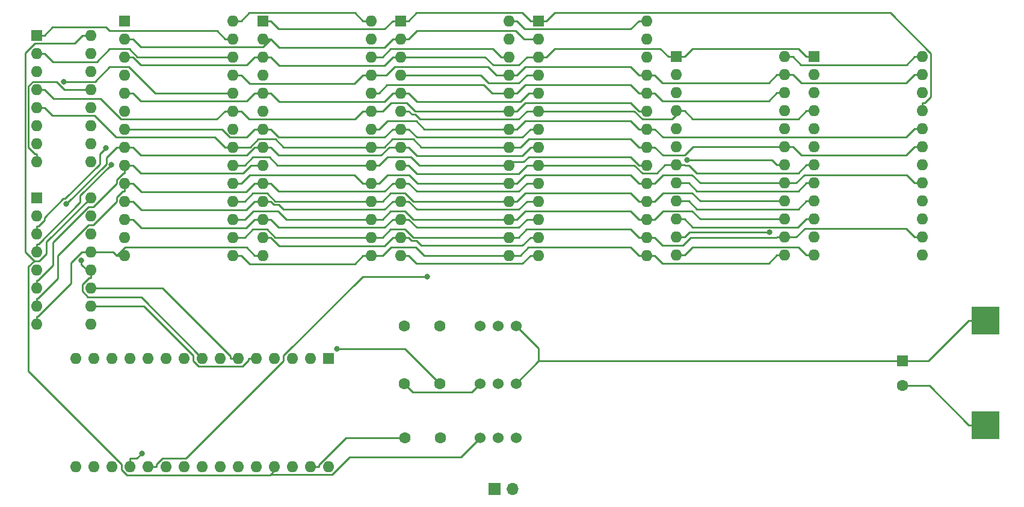
<source format=gtl>
%TF.GenerationSoftware,KiCad,Pcbnew,(6.0.10-0)*%
%TF.CreationDate,2023-09-02T13:11:49+02:00*%
%TF.ProjectId,EPROM_FLASHER,4550524f-4d5f-4464-9c41-534845522e6b,rev?*%
%TF.SameCoordinates,Original*%
%TF.FileFunction,Copper,L1,Top*%
%TF.FilePolarity,Positive*%
%FSLAX46Y46*%
G04 Gerber Fmt 4.6, Leading zero omitted, Abs format (unit mm)*
G04 Created by KiCad (PCBNEW (6.0.10-0)) date 2023-09-02 13:11:49*
%MOMM*%
%LPD*%
G01*
G04 APERTURE LIST*
%TA.AperFunction,ComponentPad*%
%ADD10R,1.600000X1.600000*%
%TD*%
%TA.AperFunction,ComponentPad*%
%ADD11O,1.600000X1.600000*%
%TD*%
%TA.AperFunction,ComponentPad*%
%ADD12C,1.524000*%
%TD*%
%TA.AperFunction,SMDPad,CuDef*%
%ADD13R,4.000000X4.000000*%
%TD*%
%TA.AperFunction,ComponentPad*%
%ADD14C,1.600000*%
%TD*%
%TA.AperFunction,ComponentPad*%
%ADD15R,1.700000X1.700000*%
%TD*%
%TA.AperFunction,ComponentPad*%
%ADD16O,1.700000X1.700000*%
%TD*%
%TA.AperFunction,ViaPad*%
%ADD17C,0.800000*%
%TD*%
%TA.AperFunction,Conductor*%
%ADD18C,0.250000*%
%TD*%
G04 APERTURE END LIST*
D10*
%TO.P,U4,1,A7*%
%TO.N,A_{7}*%
X148532200Y-43414000D03*
D11*
%TO.P,U4,2,A6*%
%TO.N,A_{6}*%
X148532200Y-45954000D03*
%TO.P,U4,3,A5*%
%TO.N,A_{5}*%
X148532200Y-48494000D03*
%TO.P,U4,4,A4*%
%TO.N,A_{4}*%
X148532200Y-51034000D03*
%TO.P,U4,5,A3*%
%TO.N,A_{3}*%
X148532200Y-53574000D03*
%TO.P,U4,6,A2*%
%TO.N,A_{2}*%
X148532200Y-56114000D03*
%TO.P,U4,7,A1*%
%TO.N,A_{1}*%
X148532200Y-58654000D03*
%TO.P,U4,8,A0*%
%TO.N,A_{0}*%
X148532200Y-61194000D03*
%TO.P,U4,9,D0*%
%TO.N,D_{0}*%
X148532200Y-63734000D03*
%TO.P,U4,10,D1*%
%TO.N,D_{1}*%
X148532200Y-66274000D03*
%TO.P,U4,11,D2*%
%TO.N,D_{2}*%
X148532200Y-68814000D03*
%TO.P,U4,12,GND*%
%TO.N,GND*%
X148532200Y-71354000D03*
%TO.P,U4,13,D3*%
%TO.N,D_{3}*%
X163772200Y-71354000D03*
%TO.P,U4,14,D4*%
%TO.N,D_{4}*%
X163772200Y-68814000D03*
%TO.P,U4,15,D5*%
%TO.N,D_{5}*%
X163772200Y-66274000D03*
%TO.P,U4,16,D6*%
%TO.N,D_{6}*%
X163772200Y-63734000D03*
%TO.P,U4,17,D7*%
%TO.N,D_{7}*%
X163772200Y-61194000D03*
%TO.P,U4,18,~{CE}*%
%TO.N,~{CE}*%
X163772200Y-58654000D03*
%TO.P,U4,19,A10*%
%TO.N,A_{10}*%
X163772200Y-56114000D03*
%TO.P,U4,20,~{OE}/V_{PP}*%
%TO.N,~{OE}{slash}V_{PP}*%
X163772200Y-53574000D03*
%TO.P,U4,21,A11*%
%TO.N,A_{11}*%
X163772200Y-51034000D03*
%TO.P,U4,22,A9*%
%TO.N,A_{9}*%
X163772200Y-48494000D03*
%TO.P,U4,23,A8*%
%TO.N,A_{8}*%
X163772200Y-45954000D03*
%TO.P,U4,24,VCC*%
%TO.N,V_{CC\u002C EPROM}*%
X163772200Y-43414000D03*
%TD*%
D12*
%TO.P,SW3,1,A*%
%TO.N,VCC*%
X120904000Y-97028000D03*
%TO.P,SW3,2,B*%
%TO.N,V_{CC\u002C EPROM}*%
X123444000Y-97028000D03*
%TO.P,SW3,3,C*%
%TO.N,V_{CC\u002CSUPPLY}*%
X125984000Y-97028000D03*
%TD*%
D10*
%TO.P,U6,1,VPP*%
%TO.N,V_{PP}*%
X109723000Y-38364000D03*
D11*
%TO.P,U6,2,A12*%
%TO.N,A_{12}*%
X109723000Y-40904000D03*
%TO.P,U6,3,A7*%
%TO.N,A_{7}*%
X109723000Y-43444000D03*
%TO.P,U6,4,A6*%
%TO.N,A_{6}*%
X109723000Y-45984000D03*
%TO.P,U6,5,A5*%
%TO.N,A_{5}*%
X109723000Y-48524000D03*
%TO.P,U6,6,A4*%
%TO.N,A_{4}*%
X109723000Y-51064000D03*
%TO.P,U6,7,A3*%
%TO.N,A_{3}*%
X109723000Y-53604000D03*
%TO.P,U6,8,A2*%
%TO.N,A_{2}*%
X109723000Y-56144000D03*
%TO.P,U6,9,A1*%
%TO.N,A_{1}*%
X109723000Y-58684000D03*
%TO.P,U6,10,A0*%
%TO.N,A_{0}*%
X109723000Y-61224000D03*
%TO.P,U6,11,D0*%
%TO.N,D_{0}*%
X109723000Y-63764000D03*
%TO.P,U6,12,D1*%
%TO.N,D_{1}*%
X109723000Y-66304000D03*
%TO.P,U6,13,D2*%
%TO.N,D_{2}*%
X109723000Y-68844000D03*
%TO.P,U6,14,GND*%
%TO.N,GND*%
X109723000Y-71384000D03*
%TO.P,U6,15,D3*%
%TO.N,D_{3}*%
X124963000Y-71384000D03*
%TO.P,U6,16,D4*%
%TO.N,D_{4}*%
X124963000Y-68844000D03*
%TO.P,U6,17,D5*%
%TO.N,D_{5}*%
X124963000Y-66304000D03*
%TO.P,U6,18,D6*%
%TO.N,D_{6}*%
X124963000Y-63764000D03*
%TO.P,U6,19,D7*%
%TO.N,D_{7}*%
X124963000Y-61224000D03*
%TO.P,U6,20,~{CE}*%
%TO.N,~{CE}*%
X124963000Y-58684000D03*
%TO.P,U6,21,A10*%
%TO.N,A_{10}*%
X124963000Y-56144000D03*
%TO.P,U6,22,~{OE}*%
%TO.N,~{OE}*%
X124963000Y-53604000D03*
%TO.P,U6,23,A11*%
%TO.N,A_{11}*%
X124963000Y-51064000D03*
%TO.P,U6,24,A9*%
%TO.N,A_{9}*%
X124963000Y-48524000D03*
%TO.P,U6,25,A8*%
%TO.N,A_{8}*%
X124963000Y-45984000D03*
%TO.P,U6,26,A13*%
%TO.N,A_{13}*%
X124963000Y-43444000D03*
%TO.P,U6,27,~{PGM}*%
%TO.N,~{PGM}*%
X124963000Y-40904000D03*
%TO.P,U6,28,VCC*%
%TO.N,V_{CC\u002C EPROM}*%
X124963000Y-38364000D03*
%TD*%
D13*
%TO.P,J2,1,Pin_1*%
%TO.N,GND*%
X192024000Y-95250000D03*
%TD*%
D14*
%TO.P,C1,1*%
%TO.N,V_{PP}*%
X115276000Y-81280000D03*
%TO.P,C1,2*%
%TO.N,GND*%
X110276000Y-81280000D03*
%TD*%
%TO.P,C2,1*%
%TO.N,~{OE}{slash}V_{PP}*%
X115276000Y-89408000D03*
%TO.P,C2,2*%
%TO.N,GND*%
X110276000Y-89408000D03*
%TD*%
D10*
%TO.P,A1,1,D1/TX*%
%TO.N,unconnected-(A1-Pad1)*%
X99615800Y-85862000D03*
D11*
%TO.P,A1,2,D0/RX*%
%TO.N,unconnected-(A1-Pad2)*%
X97075800Y-85862000D03*
%TO.P,A1,3,~{RESET}*%
%TO.N,unconnected-(A1-Pad3)*%
X94535800Y-85862000D03*
%TO.P,A1,4,GND*%
%TO.N,GND*%
X91995800Y-85862000D03*
%TO.P,A1,5,D2*%
%TO.N,~{SRCLR}*%
X89455800Y-85862000D03*
%TO.P,A1,6,D3*%
%TO.N,SRCLK*%
X86915800Y-85862000D03*
%TO.P,A1,7,D4*%
%TO.N,SERIAL*%
X84375800Y-85862000D03*
%TO.P,A1,8,D5*%
%TO.N,RCLK*%
X81835800Y-85862000D03*
%TO.P,A1,9,D6*%
%TO.N,D_{7}*%
X79295800Y-85862000D03*
%TO.P,A1,10,D7*%
%TO.N,D_{6}*%
X76755800Y-85862000D03*
%TO.P,A1,11,D8*%
%TO.N,D_{5}*%
X74215800Y-85862000D03*
%TO.P,A1,12,D9*%
%TO.N,D_{4}*%
X71675800Y-85862000D03*
%TO.P,A1,13,D10*%
%TO.N,D_{3}*%
X69135800Y-85862000D03*
%TO.P,A1,14,D11*%
%TO.N,D_{2}*%
X66595800Y-85862000D03*
%TO.P,A1,15,D12*%
%TO.N,D_{1}*%
X64055800Y-85862000D03*
%TO.P,A1,16,D13*%
%TO.N,D_{0}*%
X64055800Y-101102000D03*
%TO.P,A1,17,3V3*%
%TO.N,unconnected-(A1-Pad17)*%
X66595800Y-101102000D03*
%TO.P,A1,18,AREF*%
%TO.N,unconnected-(A1-Pad18)*%
X69135800Y-101102000D03*
%TO.P,A1,19,A0*%
%TO.N,~{CE}*%
X71675800Y-101102000D03*
%TO.P,A1,20,A1*%
%TO.N,~{PGM}*%
X74215800Y-101102000D03*
%TO.P,A1,21,A2*%
%TO.N,~{OE}*%
X76755800Y-101102000D03*
%TO.P,A1,22,A3*%
%TO.N,unconnected-(A1-Pad22)*%
X79295800Y-101102000D03*
%TO.P,A1,23,A4*%
%TO.N,unconnected-(A1-Pad23)*%
X81835800Y-101102000D03*
%TO.P,A1,24,A5*%
%TO.N,unconnected-(A1-Pad24)*%
X84375800Y-101102000D03*
%TO.P,A1,25,A6*%
%TO.N,unconnected-(A1-Pad25)*%
X86915800Y-101102000D03*
%TO.P,A1,26,A7*%
%TO.N,unconnected-(A1-Pad26)*%
X89455800Y-101102000D03*
%TO.P,A1,27,+5V*%
%TO.N,VCC*%
X91995800Y-101102000D03*
%TO.P,A1,28,~{RESET}*%
%TO.N,unconnected-(A1-Pad28)*%
X94535800Y-101102000D03*
%TO.P,A1,29,GND*%
%TO.N,GND*%
X97075800Y-101102000D03*
%TO.P,A1,30,VIN*%
%TO.N,unconnected-(A1-Pad30)*%
X99615800Y-101102000D03*
%TD*%
D10*
%TO.P,C4,1*%
%TO.N,V_{PP\u002CSUPPLY}*%
X180340000Y-86231300D03*
D14*
%TO.P,C4,2*%
%TO.N,GND*%
X180340000Y-89731300D03*
%TD*%
D10*
%TO.P,U8,1,A15*%
%TO.N,A_{15}*%
X70913800Y-38364000D03*
D11*
%TO.P,U8,2,A12*%
%TO.N,A_{12}*%
X70913800Y-40904000D03*
%TO.P,U8,3,A7*%
%TO.N,A_{7}*%
X70913800Y-43444000D03*
%TO.P,U8,4,A6*%
%TO.N,A_{6}*%
X70913800Y-45984000D03*
%TO.P,U8,5,A5*%
%TO.N,A_{5}*%
X70913800Y-48524000D03*
%TO.P,U8,6,A4*%
%TO.N,A_{4}*%
X70913800Y-51064000D03*
%TO.P,U8,7,A3*%
%TO.N,A_{3}*%
X70913800Y-53604000D03*
%TO.P,U8,8,A2*%
%TO.N,A_{2}*%
X70913800Y-56144000D03*
%TO.P,U8,9,A1*%
%TO.N,A_{1}*%
X70913800Y-58684000D03*
%TO.P,U8,10,A0*%
%TO.N,A_{0}*%
X70913800Y-61224000D03*
%TO.P,U8,11,D0*%
%TO.N,D_{0}*%
X70913800Y-63764000D03*
%TO.P,U8,12,D1*%
%TO.N,D_{1}*%
X70913800Y-66304000D03*
%TO.P,U8,13,D2*%
%TO.N,D_{2}*%
X70913800Y-68844000D03*
%TO.P,U8,14,GND*%
%TO.N,GND*%
X70913800Y-71384000D03*
%TO.P,U8,15,D3*%
%TO.N,D_{3}*%
X86153800Y-71384000D03*
%TO.P,U8,16,D4*%
%TO.N,D_{4}*%
X86153800Y-68844000D03*
%TO.P,U8,17,D5*%
%TO.N,D_{5}*%
X86153800Y-66304000D03*
%TO.P,U8,18,D6*%
%TO.N,D_{6}*%
X86153800Y-63764000D03*
%TO.P,U8,19,D7*%
%TO.N,D_{7}*%
X86153800Y-61224000D03*
%TO.P,U8,20,~{CE}*%
%TO.N,~{CE}*%
X86153800Y-58684000D03*
%TO.P,U8,21,A10*%
%TO.N,A_{10}*%
X86153800Y-56144000D03*
%TO.P,U8,22,~{OE}*%
%TO.N,~{OE}{slash}V_{PP}*%
X86153800Y-53604000D03*
%TO.P,U8,23,A11*%
%TO.N,A_{11}*%
X86153800Y-51064000D03*
%TO.P,U8,24,A9*%
%TO.N,A_{9}*%
X86153800Y-48524000D03*
%TO.P,U8,25,A8*%
%TO.N,A_{8}*%
X86153800Y-45984000D03*
%TO.P,U8,26,A13*%
%TO.N,A_{13}*%
X86153800Y-43444000D03*
%TO.P,U8,27,A14*%
%TO.N,A_{14}*%
X86153800Y-40904000D03*
%TO.P,U8,28,VCC*%
%TO.N,V_{CC\u002C EPROM}*%
X86153800Y-38364000D03*
%TD*%
D15*
%TO.P,J3,1,Pin_1*%
%TO.N,GND*%
X122978800Y-104245200D03*
D16*
%TO.P,J3,2,Pin_2*%
%TO.N,V_{CC\u002CSUPPLY}*%
X125518800Y-104245200D03*
%TD*%
D10*
%TO.P,U2,1,VPP*%
%TO.N,V_{PP}*%
X129127600Y-38364000D03*
D11*
%TO.P,U2,2,A12*%
%TO.N,A_{12}*%
X129127600Y-40904000D03*
%TO.P,U2,3,A7*%
%TO.N,A_{7}*%
X129127600Y-43444000D03*
%TO.P,U2,4,A6*%
%TO.N,A_{6}*%
X129127600Y-45984000D03*
%TO.P,U2,5,A5*%
%TO.N,A_{5}*%
X129127600Y-48524000D03*
%TO.P,U2,6,A4*%
%TO.N,A_{4}*%
X129127600Y-51064000D03*
%TO.P,U2,7,A3*%
%TO.N,A_{3}*%
X129127600Y-53604000D03*
%TO.P,U2,8,A2*%
%TO.N,A_{2}*%
X129127600Y-56144000D03*
%TO.P,U2,9,A1*%
%TO.N,A_{1}*%
X129127600Y-58684000D03*
%TO.P,U2,10,A0*%
%TO.N,A_{0}*%
X129127600Y-61224000D03*
%TO.P,U2,11,D0*%
%TO.N,D_{0}*%
X129127600Y-63764000D03*
%TO.P,U2,12,D1*%
%TO.N,D_{1}*%
X129127600Y-66304000D03*
%TO.P,U2,13,D2*%
%TO.N,D_{2}*%
X129127600Y-68844000D03*
%TO.P,U2,14,GND*%
%TO.N,GND*%
X129127600Y-71384000D03*
%TO.P,U2,15,D3*%
%TO.N,D_{3}*%
X144367600Y-71384000D03*
%TO.P,U2,16,D4*%
%TO.N,D_{4}*%
X144367600Y-68844000D03*
%TO.P,U2,17,D5*%
%TO.N,D_{5}*%
X144367600Y-66304000D03*
%TO.P,U2,18,D6*%
%TO.N,D_{6}*%
X144367600Y-63764000D03*
%TO.P,U2,19,D7*%
%TO.N,D_{7}*%
X144367600Y-61224000D03*
%TO.P,U2,20,~{CE}*%
%TO.N,~{CE}*%
X144367600Y-58684000D03*
%TO.P,U2,21,A10*%
%TO.N,A_{10}*%
X144367600Y-56144000D03*
%TO.P,U2,22,~{OE}*%
%TO.N,~{OE}*%
X144367600Y-53604000D03*
%TO.P,U2,23,A11*%
%TO.N,A_{11}*%
X144367600Y-51064000D03*
%TO.P,U2,24,A9*%
%TO.N,A_{9}*%
X144367600Y-48524000D03*
%TO.P,U2,25,A8*%
%TO.N,A_{8}*%
X144367600Y-45984000D03*
%TO.P,U2,26,NC*%
%TO.N,unconnected-(U2-Pad26)*%
X144367600Y-43444000D03*
%TO.P,U2,27,~{PGM}*%
%TO.N,~{PGM}*%
X144367600Y-40904000D03*
%TO.P,U2,28,VCC*%
%TO.N,V_{CC\u002C EPROM}*%
X144367600Y-38364000D03*
%TD*%
D10*
%TO.P,U3,1,A7*%
%TO.N,A_{7}*%
X167936800Y-43414000D03*
D11*
%TO.P,U3,2,A6*%
%TO.N,A_{6}*%
X167936800Y-45954000D03*
%TO.P,U3,3,A5*%
%TO.N,A_{5}*%
X167936800Y-48494000D03*
%TO.P,U3,4,A4*%
%TO.N,A_{4}*%
X167936800Y-51034000D03*
%TO.P,U3,5,A3*%
%TO.N,A_{3}*%
X167936800Y-53574000D03*
%TO.P,U3,6,A2*%
%TO.N,A_{2}*%
X167936800Y-56114000D03*
%TO.P,U3,7,A1*%
%TO.N,A_{1}*%
X167936800Y-58654000D03*
%TO.P,U3,8,A0*%
%TO.N,A_{0}*%
X167936800Y-61194000D03*
%TO.P,U3,9,D0*%
%TO.N,D_{0}*%
X167936800Y-63734000D03*
%TO.P,U3,10,D1*%
%TO.N,D_{1}*%
X167936800Y-66274000D03*
%TO.P,U3,11,D2*%
%TO.N,D_{2}*%
X167936800Y-68814000D03*
%TO.P,U3,12,GND*%
%TO.N,GND*%
X167936800Y-71354000D03*
%TO.P,U3,13,D3*%
%TO.N,D_{3}*%
X183176800Y-71354000D03*
%TO.P,U3,14,D4*%
%TO.N,D_{4}*%
X183176800Y-68814000D03*
%TO.P,U3,15,D5*%
%TO.N,D_{5}*%
X183176800Y-66274000D03*
%TO.P,U3,16,D6*%
%TO.N,D_{6}*%
X183176800Y-63734000D03*
%TO.P,U3,17,D7*%
%TO.N,D_{7}*%
X183176800Y-61194000D03*
%TO.P,U3,18,~{CE}*%
%TO.N,~{CE}*%
X183176800Y-58654000D03*
%TO.P,U3,19,A10*%
%TO.N,A_{10}*%
X183176800Y-56114000D03*
%TO.P,U3,20,~{OE}*%
%TO.N,~{OE}*%
X183176800Y-53574000D03*
%TO.P,U3,21,V_{PP}*%
%TO.N,V_{PP}*%
X183176800Y-51034000D03*
%TO.P,U3,22,A9*%
%TO.N,A_{9}*%
X183176800Y-48494000D03*
%TO.P,U3,23,A8*%
%TO.N,A_{8}*%
X183176800Y-45954000D03*
%TO.P,U3,24,VCC*%
%TO.N,V_{CC\u002C EPROM}*%
X183176800Y-43414000D03*
%TD*%
D10*
%TO.P,U5,1,QB*%
%TO.N,A_{6}*%
X58477800Y-63261000D03*
D11*
%TO.P,U5,2,QC*%
%TO.N,A_{5}*%
X58477800Y-65801000D03*
%TO.P,U5,3,QD*%
%TO.N,A_{4}*%
X58477800Y-68341000D03*
%TO.P,U5,4,QE*%
%TO.N,A_{3}*%
X58477800Y-70881000D03*
%TO.P,U5,5,QF*%
%TO.N,A_{2}*%
X58477800Y-73421000D03*
%TO.P,U5,6,QG*%
%TO.N,A_{1}*%
X58477800Y-75961000D03*
%TO.P,U5,7,QH*%
%TO.N,A_{0}*%
X58477800Y-78501000D03*
%TO.P,U5,8,GND*%
%TO.N,GND*%
X58477800Y-81041000D03*
%TO.P,U5,9,QH'*%
%TO.N,unconnected-(U5-Pad9)*%
X66097800Y-81041000D03*
%TO.P,U5,10,~{SRCLR}*%
%TO.N,~{SRCLR}*%
X66097800Y-78501000D03*
%TO.P,U5,11,SRCLK*%
%TO.N,SRCLK*%
X66097800Y-75961000D03*
%TO.P,U5,12,RCLK*%
%TO.N,RCLK*%
X66097800Y-73421000D03*
%TO.P,U5,13,~{OE}*%
%TO.N,GND*%
X66097800Y-70881000D03*
%TO.P,U5,14,SER*%
%TO.N,Net-(U1-Pad9)*%
X66097800Y-68341000D03*
%TO.P,U5,15,QA*%
%TO.N,A_{7}*%
X66097800Y-65801000D03*
%TO.P,U5,16,VCC*%
%TO.N,VCC*%
X66097800Y-63261000D03*
%TD*%
D10*
%TO.P,U7,1,VPP*%
%TO.N,V_{PP}*%
X90318400Y-38364000D03*
D11*
%TO.P,U7,2,A12*%
%TO.N,A_{12}*%
X90318400Y-40904000D03*
%TO.P,U7,3,A7*%
%TO.N,A_{7}*%
X90318400Y-43444000D03*
%TO.P,U7,4,A6*%
%TO.N,A_{6}*%
X90318400Y-45984000D03*
%TO.P,U7,5,A5*%
%TO.N,A_{5}*%
X90318400Y-48524000D03*
%TO.P,U7,6,A4*%
%TO.N,A_{4}*%
X90318400Y-51064000D03*
%TO.P,U7,7,A3*%
%TO.N,A_{3}*%
X90318400Y-53604000D03*
%TO.P,U7,8,A2*%
%TO.N,A_{2}*%
X90318400Y-56144000D03*
%TO.P,U7,9,A1*%
%TO.N,A_{1}*%
X90318400Y-58684000D03*
%TO.P,U7,10,A0*%
%TO.N,A_{0}*%
X90318400Y-61224000D03*
%TO.P,U7,11,D0*%
%TO.N,D_{0}*%
X90318400Y-63764000D03*
%TO.P,U7,12,D1*%
%TO.N,D_{1}*%
X90318400Y-66304000D03*
%TO.P,U7,13,D2*%
%TO.N,D_{2}*%
X90318400Y-68844000D03*
%TO.P,U7,14,GND*%
%TO.N,GND*%
X90318400Y-71384000D03*
%TO.P,U7,15,D3*%
%TO.N,D_{3}*%
X105558400Y-71384000D03*
%TO.P,U7,16,D4*%
%TO.N,D_{4}*%
X105558400Y-68844000D03*
%TO.P,U7,17,D5*%
%TO.N,D_{5}*%
X105558400Y-66304000D03*
%TO.P,U7,18,D6*%
%TO.N,D_{6}*%
X105558400Y-63764000D03*
%TO.P,U7,19,D7*%
%TO.N,D_{7}*%
X105558400Y-61224000D03*
%TO.P,U7,20,~{CE}*%
%TO.N,~{CE}*%
X105558400Y-58684000D03*
%TO.P,U7,21,A10*%
%TO.N,A_{10}*%
X105558400Y-56144000D03*
%TO.P,U7,22,~{OE}*%
%TO.N,~{OE}*%
X105558400Y-53604000D03*
%TO.P,U7,23,A11*%
%TO.N,A_{11}*%
X105558400Y-51064000D03*
%TO.P,U7,24,A9*%
%TO.N,A_{9}*%
X105558400Y-48524000D03*
%TO.P,U7,25,A8*%
%TO.N,A_{8}*%
X105558400Y-45984000D03*
%TO.P,U7,26,A13*%
%TO.N,A_{13}*%
X105558400Y-43444000D03*
%TO.P,U7,27,A14*%
%TO.N,A_{14}*%
X105558400Y-40904000D03*
%TO.P,U7,28,VCC*%
%TO.N,V_{CC\u002C EPROM}*%
X105558400Y-38364000D03*
%TD*%
D10*
%TO.P,U1,1,QB*%
%TO.N,A_{14}*%
X58477800Y-40401000D03*
D11*
%TO.P,U1,2,QC*%
%TO.N,A_{13}*%
X58477800Y-42941000D03*
%TO.P,U1,3,QD*%
%TO.N,A_{12}*%
X58477800Y-45481000D03*
%TO.P,U1,4,QE*%
%TO.N,A_{11}*%
X58477800Y-48021000D03*
%TO.P,U1,5,QF*%
%TO.N,A_{10}*%
X58477800Y-50561000D03*
%TO.P,U1,6,QG*%
%TO.N,A_{9}*%
X58477800Y-53101000D03*
%TO.P,U1,7,QH*%
%TO.N,A_{8}*%
X58477800Y-55641000D03*
%TO.P,U1,8,GND*%
%TO.N,GND*%
X58477800Y-58181000D03*
%TO.P,U1,9,QH'*%
%TO.N,Net-(U1-Pad9)*%
X66097800Y-58181000D03*
%TO.P,U1,10,~{SRCLR}*%
%TO.N,~{SRCLR}*%
X66097800Y-55641000D03*
%TO.P,U1,11,SRCLK*%
%TO.N,SRCLK*%
X66097800Y-53101000D03*
%TO.P,U1,12,RCLK*%
%TO.N,RCLK*%
X66097800Y-50561000D03*
%TO.P,U1,13,~{OE}*%
%TO.N,GND*%
X66097800Y-48021000D03*
%TO.P,U1,14,SER*%
%TO.N,SERIAL*%
X66097800Y-45481000D03*
%TO.P,U1,15,QA*%
%TO.N,A_{15}*%
X66097800Y-42941000D03*
%TO.P,U1,16,VCC*%
%TO.N,VCC*%
X66097800Y-40401000D03*
%TD*%
D12*
%TO.P,SW2,1,A*%
%TO.N,GND*%
X120904000Y-89408000D03*
%TO.P,SW2,2,B*%
%TO.N,~{OE}{slash}V_{PP}*%
X123444000Y-89408000D03*
%TO.P,SW2,3,C*%
%TO.N,V_{PP\u002CSUPPLY}*%
X125984000Y-89408000D03*
%TD*%
D14*
%TO.P,C3,1*%
%TO.N,V_{CC\u002C EPROM}*%
X115316000Y-97028000D03*
%TO.P,C3,2*%
%TO.N,GND*%
X110316000Y-97028000D03*
%TD*%
D13*
%TO.P,J1,1,Pin_1*%
%TO.N,V_{PP\u002CSUPPLY}*%
X192024000Y-80518000D03*
%TD*%
D12*
%TO.P,SW1,1,A*%
%TO.N,VCC*%
X120904000Y-81280000D03*
%TO.P,SW1,2,B*%
%TO.N,V_{PP}*%
X123444000Y-81280000D03*
%TO.P,SW1,3,C*%
%TO.N,V_{PP\u002CSUPPLY}*%
X125984000Y-81280000D03*
%TD*%
D17*
%TO.N,RCLK*%
X64768400Y-72058500D03*
%TO.N,D_{2}*%
X161650000Y-68119700D03*
%TO.N,~{CE}*%
X150064000Y-57961300D03*
X73284900Y-99218700D03*
%TO.N,~{PGM}*%
X113434000Y-74335200D03*
%TO.N,~{OE}{slash}V_{PP}*%
X100726800Y-84494100D03*
%TO.N,A_{9}*%
X62291000Y-46895800D03*
%TO.N,A_{4}*%
X68265900Y-56217700D03*
%TO.N,A_{3}*%
X69020700Y-58594200D03*
%TO.N,A_{2}*%
X62626900Y-64164500D03*
%TD*%
D18*
%TO.N,GND*%
X70922900Y-70249800D02*
X69788700Y-71384000D01*
X109723000Y-71384000D02*
X110848000Y-71384000D01*
X58477800Y-79915900D02*
X58477800Y-81041000D01*
X110276000Y-89408000D02*
X111456600Y-90588600D01*
X58004600Y-46895600D02*
X57352600Y-47547600D01*
X69285700Y-70881000D02*
X66097800Y-70881000D01*
X167936800Y-71354000D02*
X167937000Y-71354000D01*
X148532200Y-71354000D02*
X149657000Y-71354000D01*
X58285100Y-57055900D02*
X58477800Y-57055900D01*
X126877000Y-72509200D02*
X128002000Y-71384000D01*
X66097800Y-70881000D02*
X64879600Y-70881000D01*
X148532000Y-71354000D02*
X148532200Y-71354000D01*
X184180000Y-89731300D02*
X189699000Y-95250000D01*
X119723400Y-90588600D02*
X120904000Y-89408000D01*
X64879600Y-70881000D02*
X63317400Y-72443200D01*
X102041700Y-97028000D02*
X98200900Y-100868800D01*
X63317400Y-75309400D02*
X58710900Y-79915900D01*
X90318400Y-71384000D02*
X89193300Y-71384000D01*
X66097800Y-48021000D02*
X62390800Y-48021000D01*
X63317400Y-72443200D02*
X63317400Y-75309400D01*
X88059100Y-70249800D02*
X70922900Y-70249800D01*
X129127600Y-71384000D02*
X129128000Y-71384000D01*
X165677000Y-70219600D02*
X166812000Y-71354000D01*
X110848000Y-71384000D02*
X111973000Y-72509200D01*
X62390800Y-48021000D02*
X61265400Y-46895600D01*
X189699000Y-95250000D02*
X192024000Y-95250000D01*
X149657000Y-71354000D02*
X150792000Y-70219600D01*
X110316000Y-97028000D02*
X102041700Y-97028000D01*
X61265400Y-46895600D02*
X58004600Y-46895600D01*
X111973000Y-72509200D02*
X126877000Y-72509200D01*
X180340000Y-89731300D02*
X184180000Y-89731300D01*
X57352600Y-47547600D02*
X57352600Y-56123400D01*
X58710900Y-79915900D02*
X58477800Y-79915900D01*
X111456600Y-90588600D02*
X119723400Y-90588600D01*
X69788700Y-71384000D02*
X69285700Y-70881000D01*
X70913800Y-71384000D02*
X69788700Y-71384000D01*
X58477800Y-57055900D02*
X58477800Y-58181000D01*
X150792000Y-70219600D02*
X165677000Y-70219600D01*
X89193300Y-71384000D02*
X88059100Y-70249800D01*
X97075800Y-101102000D02*
X98200900Y-101102000D01*
X98200900Y-100868800D02*
X98200900Y-101102000D01*
X57352600Y-56123400D02*
X58285100Y-57055900D01*
X128002000Y-71384000D02*
X129127600Y-71384000D01*
X166812000Y-71354000D02*
X167936800Y-71354000D01*
%TO.N,~{SRCLR}*%
X73584900Y-78501000D02*
X66097800Y-78501000D01*
X80565800Y-86241300D02*
X80565800Y-85481900D01*
X80565800Y-85481900D02*
X73584900Y-78501000D01*
X89455800Y-85862000D02*
X88330700Y-85862000D01*
X87479300Y-86994700D02*
X81319200Y-86994700D01*
X81319200Y-86994700D02*
X80565800Y-86241300D01*
X88330700Y-86143300D02*
X87479300Y-86994700D01*
X88330700Y-85862000D02*
X88330700Y-86143300D01*
%TO.N,SRCLK*%
X85790700Y-85862000D02*
X85790700Y-85580700D01*
X86915800Y-85862000D02*
X85790700Y-85862000D01*
X76171000Y-75961000D02*
X66097800Y-75961000D01*
X85790700Y-85580700D02*
X76171000Y-75961000D01*
%TO.N,RCLK*%
X73204800Y-77231000D02*
X65736200Y-77231000D01*
X81835800Y-85862000D02*
X73204800Y-77231000D01*
X64946300Y-76441100D02*
X64946300Y-75464400D01*
X64768400Y-72654100D02*
X64768400Y-72058500D01*
X66097800Y-73421000D02*
X66097800Y-73983500D01*
X64946300Y-75464400D02*
X65864600Y-74546100D01*
X66097800Y-74546100D02*
X66097800Y-73983500D01*
X66097800Y-73983500D02*
X64768400Y-72654100D01*
X65864600Y-74546100D02*
X66097800Y-74546100D01*
X65736200Y-77231000D02*
X64946300Y-76441100D01*
%TO.N,D_{7}*%
X106684000Y-61224000D02*
X107861000Y-60046700D01*
X112121000Y-61224000D02*
X124963000Y-61224000D01*
X146661000Y-60056100D02*
X150741000Y-60056100D01*
X144367600Y-61224000D02*
X145493000Y-61224000D01*
X182052000Y-61194000D02*
X183176800Y-61194000D01*
X88469500Y-60033400D02*
X103243000Y-60033400D01*
X87278900Y-61224000D02*
X88469500Y-60033400D01*
X180902000Y-60044500D02*
X182052000Y-61194000D01*
X105558400Y-61224000D02*
X106684000Y-61224000D01*
X163772200Y-61194000D02*
X165402000Y-61194000D01*
X127224000Y-60087900D02*
X142106000Y-60087900D01*
X145493000Y-61224000D02*
X146661000Y-60056100D01*
X110944000Y-60046700D02*
X112121000Y-61224000D01*
X165402000Y-61194000D02*
X166551000Y-60044500D01*
X86153800Y-61224000D02*
X87278900Y-61224000D01*
X103243000Y-60033400D02*
X104433000Y-61224000D01*
X107861000Y-60046700D02*
X110944000Y-60046700D01*
X150741000Y-60056100D02*
X151879000Y-61194000D01*
X142106000Y-60087900D02*
X143242000Y-61224000D01*
X143242000Y-61224000D02*
X144367600Y-61224000D01*
X183176800Y-61194000D02*
X183177000Y-61194000D01*
X166551000Y-60044500D02*
X180902000Y-60044500D01*
X124963000Y-61224000D02*
X126088000Y-61224000D01*
X151879000Y-61194000D02*
X163772200Y-61194000D01*
X126088000Y-61224000D02*
X127224000Y-60087900D01*
X104433000Y-61224000D02*
X105558400Y-61224000D01*
%TO.N,D_{6}*%
X123838000Y-63763900D02*
X111485000Y-63763900D01*
X108314000Y-62637400D02*
X107188000Y-63764000D01*
X111485000Y-63763900D02*
X110358000Y-62637400D01*
X145493000Y-63764000D02*
X146661000Y-62596100D01*
X104433000Y-63763900D02*
X92080100Y-63763900D01*
X110358000Y-62637400D02*
X108314000Y-62637400D01*
X151879000Y-63734000D02*
X163772000Y-63734000D01*
X146661000Y-62596100D02*
X150741000Y-62596100D01*
X142052000Y-62573400D02*
X143242000Y-63764000D01*
X124963000Y-63764000D02*
X126088000Y-63764000D01*
X88909900Y-62637400D02*
X87783300Y-63764000D01*
X150741000Y-62596100D02*
X151879000Y-63734000D01*
X92080100Y-63763900D02*
X90953600Y-62637400D01*
X124963000Y-63764000D02*
X123838000Y-63764000D01*
X163772200Y-63734000D02*
X163772000Y-63734000D01*
X127279000Y-62573400D02*
X142052000Y-62573400D01*
X123838000Y-63764000D02*
X123838000Y-63763900D01*
X126088000Y-63764000D02*
X127279000Y-62573400D01*
X90953600Y-62637400D02*
X88909900Y-62637400D01*
X107188000Y-63764000D02*
X105558400Y-63764000D01*
X104433000Y-63764000D02*
X104433000Y-63763900D01*
X87783300Y-63764000D02*
X86153800Y-63764000D01*
X105558400Y-63764000D02*
X104433000Y-63764000D01*
X143242000Y-63764000D02*
X144367600Y-63764000D01*
X144367600Y-63764000D02*
X145493000Y-63764000D01*
%TO.N,D_{5}*%
X107188000Y-66304000D02*
X108314000Y-65177400D01*
X88962200Y-65125100D02*
X92486400Y-65125100D01*
X150741000Y-65136100D02*
X151879000Y-66274000D01*
X151879000Y-66274000D02*
X163772000Y-66274000D01*
X142052000Y-65113400D02*
X143242000Y-66304000D01*
X124963000Y-66304000D02*
X126088000Y-66304000D01*
X87783300Y-66304000D02*
X88962200Y-65125100D01*
X126088000Y-66304000D02*
X127279000Y-65113400D01*
X144367600Y-66304000D02*
X145493000Y-66304000D01*
X145493000Y-66304000D02*
X146661000Y-65136100D01*
X86153800Y-66304000D02*
X87783300Y-66304000D01*
X105558400Y-66304000D02*
X107188000Y-66304000D01*
X143242000Y-66304000D02*
X144367600Y-66304000D01*
X127279000Y-65113400D02*
X142052000Y-65113400D01*
X146661000Y-65136100D02*
X150741000Y-65136100D01*
X111485000Y-66304000D02*
X124963000Y-66304000D01*
X92486400Y-65125100D02*
X93665300Y-66304000D01*
X163772000Y-66274000D02*
X163772200Y-66274000D01*
X110358000Y-65177400D02*
X111485000Y-66304000D01*
X93665300Y-66304000D02*
X105558400Y-66304000D01*
X108314000Y-65177400D02*
X110358000Y-65177400D01*
%TO.N,D_{4}*%
X110358000Y-67717400D02*
X108314000Y-67717400D01*
X105558400Y-68844000D02*
X92080200Y-68844000D01*
X126288000Y-68844000D02*
X127438000Y-67694500D01*
X183176800Y-68814000D02*
X183177000Y-68814000D01*
X182052000Y-68814000D02*
X183176800Y-68814000D01*
X142093000Y-67694500D02*
X143242000Y-68844000D01*
X165402000Y-68814000D02*
X166592000Y-67623400D01*
X108314000Y-67717400D02*
X107188000Y-68844000D01*
X180861000Y-67623400D02*
X182052000Y-68814000D01*
X107188000Y-68844000D02*
X105558400Y-68844000D01*
X162616000Y-68844800D02*
X162647000Y-68814000D01*
X150582000Y-68844800D02*
X162616000Y-68844800D01*
X166592000Y-67623400D02*
X180861000Y-67623400D01*
X124963000Y-68844000D02*
X123838000Y-68844000D01*
X92080200Y-68844000D02*
X90953600Y-67717400D01*
X127438000Y-67694500D02*
X142093000Y-67694500D01*
X144367600Y-68844000D02*
X145493000Y-68844000D01*
X149480000Y-69946300D02*
X150582000Y-68844800D01*
X163772200Y-68814000D02*
X165402000Y-68814000D01*
X87783300Y-68844000D02*
X86153800Y-68844000D01*
X88909900Y-67717400D02*
X87783300Y-68844000D01*
X123838000Y-68844000D02*
X123838000Y-68843900D01*
X124963000Y-68844000D02*
X126288000Y-68844000D01*
X146595000Y-69946300D02*
X149480000Y-69946300D01*
X90953600Y-67717400D02*
X88909900Y-67717400D01*
X145493000Y-68844000D02*
X146595000Y-69946300D01*
X123838000Y-68843900D02*
X111485000Y-68843900D01*
X162647000Y-68814000D02*
X163772200Y-68814000D01*
X111485000Y-68843900D02*
X110358000Y-67717400D01*
X143242000Y-68844000D02*
X144367600Y-68844000D01*
%TO.N,D_{3}*%
X143242000Y-71384000D02*
X142115000Y-70256200D01*
X142115000Y-70256200D02*
X127720000Y-70256200D01*
X113070000Y-71384000D02*
X124963000Y-71384000D01*
X111889000Y-70203300D02*
X113070000Y-71384000D01*
X161517000Y-72484300D02*
X146593000Y-72484300D01*
X103261000Y-72556300D02*
X104433000Y-71384000D01*
X162647000Y-71354000D02*
X161517000Y-72484300D01*
X107188000Y-71384000D02*
X108369000Y-70203300D01*
X146593000Y-72484300D02*
X145493000Y-71384000D01*
X105558400Y-71384000D02*
X107188000Y-71384000D01*
X127720000Y-70256200D02*
X126592000Y-71384000D01*
X126592000Y-71384000D02*
X124963000Y-71384000D01*
X144367600Y-71384000D02*
X143242000Y-71384000D01*
X87278900Y-71384000D02*
X88451200Y-72556300D01*
X104433000Y-71384000D02*
X105558400Y-71384000D01*
X108369000Y-70203300D02*
X111889000Y-70203300D01*
X88451200Y-72556300D02*
X103261000Y-72556300D01*
X145493000Y-71384000D02*
X144367600Y-71384000D01*
X163772000Y-71354000D02*
X162647000Y-71354000D01*
X163772200Y-71354000D02*
X163772000Y-71354000D01*
X86153800Y-71384000D02*
X87278900Y-71384000D01*
%TO.N,D_{2}*%
X126868000Y-69978300D02*
X112619000Y-69978300D01*
X150352000Y-68119700D02*
X149657000Y-68814000D01*
X129127600Y-68844000D02*
X128002000Y-68844000D01*
X91443500Y-68844000D02*
X92634100Y-70034600D01*
X90318400Y-68844000D02*
X91443500Y-68844000D01*
X108598000Y-68844000D02*
X109723000Y-68844000D01*
X149657000Y-68814000D02*
X148532200Y-68814000D01*
X112619000Y-69978300D02*
X111935000Y-69294000D01*
X111935000Y-69294000D02*
X111298000Y-69294000D01*
X111298000Y-69294000D02*
X110848000Y-68844000D01*
X110848000Y-68844000D02*
X109723000Y-68844000D01*
X92634100Y-70034600D02*
X107407000Y-70034600D01*
X161650000Y-68119700D02*
X150352000Y-68119700D01*
X107407000Y-70034600D02*
X108598000Y-68844000D01*
X128002000Y-68844000D02*
X126868000Y-69978300D01*
X129128000Y-68844000D02*
X129127600Y-68844000D01*
X148532200Y-68814000D02*
X148532000Y-68814000D01*
%TO.N,D_{1}*%
X148532200Y-66274000D02*
X148532000Y-66274000D01*
X92579600Y-67440100D02*
X91443500Y-66304000D01*
X149657000Y-66274000D02*
X148532200Y-66274000D01*
X107462000Y-67440100D02*
X92579600Y-67440100D01*
X88002700Y-67494600D02*
X73229500Y-67494600D01*
X108598000Y-66304000D02*
X107462000Y-67440100D01*
X165621000Y-67464600D02*
X162021000Y-67464600D01*
X161951000Y-67394600D02*
X150778000Y-67394600D01*
X91443500Y-66304000D02*
X90318400Y-66304000D01*
X129128000Y-66304000D02*
X129127600Y-66304000D01*
X89193300Y-66304000D02*
X88002700Y-67494600D01*
X127498000Y-66304000D02*
X126362000Y-67440100D01*
X73229500Y-67494600D02*
X72038900Y-66304000D01*
X167937000Y-66274000D02*
X167936800Y-66274000D01*
X162021000Y-67464600D02*
X161951000Y-67394600D01*
X126362000Y-67440100D02*
X111984000Y-67440100D01*
X90318400Y-66304000D02*
X89193300Y-66304000D01*
X129127600Y-66304000D02*
X127498000Y-66304000D01*
X150778000Y-67394600D02*
X149657000Y-66274000D01*
X110848000Y-66304000D02*
X109723000Y-66304000D01*
X111984000Y-67440100D02*
X110848000Y-66304000D01*
X166812000Y-66274000D02*
X165621000Y-67464600D01*
X72038900Y-66304000D02*
X70913800Y-66304000D01*
X167936800Y-66274000D02*
X166812000Y-66274000D01*
X109723000Y-66304000D02*
X108598000Y-66304000D01*
%TO.N,D_{0}*%
X93216200Y-64900100D02*
X107462000Y-64900100D01*
X167936800Y-63734000D02*
X166812000Y-63734000D01*
X73229500Y-64954600D02*
X72038900Y-63764000D01*
X167937000Y-63734000D02*
X167936800Y-63734000D01*
X150294000Y-63734000D02*
X148532200Y-63734000D01*
X110848000Y-63764000D02*
X111984000Y-64900100D01*
X107462000Y-64900100D02*
X108598000Y-63764000D01*
X91443500Y-63764000D02*
X91893500Y-64214000D01*
X151430000Y-64870100D02*
X150294000Y-63734000D01*
X72038900Y-63764000D02*
X70913800Y-63764000D01*
X92530100Y-64214000D02*
X93216200Y-64900100D01*
X108598000Y-63764000D02*
X109723000Y-63764000D01*
X90318400Y-63764000D02*
X91443500Y-63764000D01*
X165676000Y-64870100D02*
X151430000Y-64870100D01*
X127498000Y-63764000D02*
X129127600Y-63764000D01*
X88002700Y-64954600D02*
X73229500Y-64954600D01*
X129127600Y-63764000D02*
X129128000Y-63764000D01*
X91893500Y-64214000D02*
X92530100Y-64214000D01*
X126362000Y-64900100D02*
X127498000Y-63764000D01*
X89193300Y-63764000D02*
X88002700Y-64954600D01*
X90318400Y-63764000D02*
X89193300Y-63764000D01*
X148532200Y-63734000D02*
X148532000Y-63734000D01*
X111984000Y-64900100D02*
X126362000Y-64900100D01*
X109723000Y-63764000D02*
X110848000Y-63764000D01*
X166812000Y-63734000D02*
X165676000Y-64870100D01*
%TO.N,~{CE}*%
X86153800Y-58684000D02*
X87783300Y-58684000D01*
X124728000Y-58684000D02*
X125178000Y-58233800D01*
X87783300Y-58684000D02*
X88917100Y-57550200D01*
X105558400Y-58684000D02*
X106684000Y-58684000D01*
X124728000Y-58684000D02*
X118653000Y-58684000D01*
X142069000Y-57510300D02*
X143242000Y-58684000D01*
X124963000Y-58684000D02*
X124728000Y-58684000D01*
X91268500Y-57550200D02*
X92402300Y-58684000D01*
X71675800Y-99976900D02*
X72526700Y-99976900D01*
X88917100Y-57550200D02*
X91268500Y-57550200D01*
X144367600Y-58684000D02*
X144368000Y-58684000D01*
X127766000Y-57510300D02*
X142069000Y-57510300D01*
X125178000Y-58233800D02*
X127043000Y-58233800D01*
X71675800Y-101102000D02*
X71675800Y-99976900D01*
X107874000Y-57493400D02*
X111153000Y-57493400D01*
X72526700Y-99976900D02*
X73284900Y-99218700D01*
X111153000Y-57493400D02*
X112343000Y-58684000D01*
X127043000Y-58233800D02*
X127766000Y-57510300D01*
X161954000Y-57961300D02*
X162647000Y-58654000D01*
X112343000Y-58684000D02*
X118653000Y-58684000D01*
X118653000Y-58684000D02*
X124728000Y-58684000D01*
X163772200Y-58654000D02*
X163772000Y-58654000D01*
X150064000Y-57961300D02*
X161954000Y-57961300D01*
X162647000Y-58654000D02*
X163772000Y-58654000D01*
X106684000Y-58684000D02*
X107874000Y-57493400D01*
X143242000Y-58684000D02*
X144367600Y-58684000D01*
X92402300Y-58684000D02*
X105558400Y-58684000D01*
%TO.N,~{PGM}*%
X75340900Y-101102000D02*
X75340900Y-100821000D01*
X93265800Y-86185200D02*
X93265800Y-85460900D01*
X93265800Y-85460900D02*
X104392000Y-74335200D01*
X104392000Y-74335200D02*
X113434000Y-74335200D01*
X76184600Y-99976900D02*
X79474100Y-99976900D01*
X75340900Y-100821000D02*
X76184600Y-99976900D01*
X79474100Y-99976900D02*
X93265800Y-86185200D01*
X74215800Y-101102000D02*
X75340900Y-101102000D01*
%TO.N,~{OE}*%
X182052000Y-53574000D02*
X183176800Y-53574000D01*
X180859000Y-54766500D02*
X182052000Y-53574000D01*
X126088000Y-53604000D02*
X127265000Y-52426700D01*
X124963000Y-53604000D02*
X126088000Y-53604000D01*
X146655000Y-54766500D02*
X180859000Y-54766500D01*
X142065000Y-52426700D02*
X143242000Y-53604000D01*
X111918000Y-52452600D02*
X113070000Y-53604000D01*
X105558000Y-53604000D02*
X105558400Y-53604000D01*
X145493000Y-53604000D02*
X146655000Y-54766500D01*
X183176800Y-53574000D02*
X183177000Y-53574000D01*
X105558400Y-53604000D02*
X106684000Y-53604000D01*
X106684000Y-53604000D02*
X107835000Y-52452600D01*
X143242000Y-53604000D02*
X144367600Y-53604000D01*
X107835000Y-52452600D02*
X111918000Y-52452600D01*
X127265000Y-52426700D02*
X142065000Y-52426700D01*
X113070000Y-53604000D02*
X124963000Y-53604000D01*
X144367600Y-53604000D02*
X145493000Y-53604000D01*
%TO.N,VCC*%
X70479700Y-100780000D02*
X57338900Y-87638900D01*
X59892700Y-69466100D02*
X66097800Y-63261000D01*
X91511800Y-102148500D02*
X91365200Y-102295000D01*
X71192500Y-102295000D02*
X70479700Y-101582000D01*
X102537200Y-99771900D02*
X118160100Y-99771900D01*
X58153000Y-72151000D02*
X58870600Y-72151000D01*
X58870600Y-72151000D02*
X59892700Y-71128900D01*
X100081900Y-102227200D02*
X102537200Y-99771900D01*
X58236600Y-41526100D02*
X56902500Y-42860200D01*
X70479700Y-101582000D02*
X70479700Y-100780000D01*
X91365200Y-102295000D02*
X71192500Y-102295000D01*
X91995800Y-101102000D02*
X91995800Y-101665000D01*
X91511800Y-102148600D02*
X91590400Y-102227200D01*
X63847600Y-41526100D02*
X58236600Y-41526100D01*
X59892700Y-71128900D02*
X59892700Y-69466100D01*
X57338900Y-72965100D02*
X58153000Y-72151000D01*
X56902500Y-42860200D02*
X56902500Y-70900500D01*
X91511800Y-102148500D02*
X91511800Y-102148600D01*
X91590400Y-102227200D02*
X100081900Y-102227200D01*
X56902500Y-70900500D02*
X58153000Y-72151000D01*
X57338900Y-87638900D02*
X57338900Y-72965100D01*
X64972700Y-40401000D02*
X63847600Y-41526100D01*
X118160100Y-99771900D02*
X120904000Y-97028000D01*
X91995800Y-101665000D02*
X91511800Y-102148500D01*
X66097800Y-40401000D02*
X64972700Y-40401000D01*
%TO.N,V_{PP}*%
X129127600Y-38364000D02*
X128002000Y-38364000D01*
X183177000Y-50190100D02*
X183176800Y-50190300D01*
X178623000Y-37238900D02*
X184303000Y-42919500D01*
X183177000Y-49908900D02*
X183177000Y-50190100D01*
X92568600Y-39489100D02*
X91443500Y-38364000D01*
X129127600Y-38364000D02*
X130253000Y-38364000D01*
X107473000Y-39489100D02*
X92568600Y-39489100D01*
X131378000Y-37238900D02*
X178623000Y-37238900D01*
X183177000Y-50190100D02*
X183177000Y-50471400D01*
X128002000Y-38364000D02*
X126877000Y-37238900D01*
X130253000Y-38364000D02*
X131378000Y-37238900D01*
X109723000Y-38364000D02*
X108598000Y-38364000D01*
X183458000Y-49908900D02*
X183177000Y-49908900D01*
X110848000Y-38364000D02*
X109723000Y-38364000D01*
X184303000Y-42919500D02*
X184303000Y-49063600D01*
X91443500Y-38364000D02*
X90318400Y-38364000D01*
X184303000Y-49063600D02*
X183458000Y-49908900D01*
X108598000Y-38364000D02*
X107473000Y-39489100D01*
X183176800Y-50190300D02*
X183176800Y-51034000D01*
X126877000Y-37238900D02*
X111973000Y-37238900D01*
X111973000Y-37238900D02*
X110848000Y-38364000D01*
%TO.N,~{OE}{slash}V_{PP}*%
X110362100Y-84494100D02*
X115276000Y-89408000D01*
X100726800Y-84494100D02*
X110362100Y-84494100D01*
%TO.N,V_{CC\u002C EPROM}*%
X183177000Y-43414000D02*
X183176800Y-43414000D01*
X104433000Y-38364000D02*
X103308000Y-37238800D01*
X183176800Y-43414000D02*
X182052000Y-43414000D01*
X144368000Y-38364000D02*
X144367600Y-38364000D01*
X126088000Y-38364000D02*
X124963000Y-38364000D01*
X164897000Y-43414000D02*
X163772200Y-43414000D01*
X127213000Y-39489200D02*
X126088000Y-38364000D01*
X87278900Y-38364000D02*
X86153800Y-38364000D01*
X142117000Y-39489200D02*
X127213000Y-39489200D01*
X180926000Y-44539200D02*
X166022000Y-44539200D01*
X105558000Y-38364000D02*
X104433000Y-38364000D01*
X143242000Y-38364000D02*
X142117000Y-39489200D01*
X144367600Y-38364000D02*
X143242000Y-38364000D01*
X103308000Y-37238800D02*
X88404100Y-37238800D01*
X105558400Y-38364000D02*
X105558000Y-38364000D01*
X163772200Y-43414000D02*
X163772000Y-43414000D01*
X88404100Y-37238800D02*
X87278900Y-38364000D01*
X166022000Y-44539200D02*
X164897000Y-43414000D01*
X182052000Y-43414000D02*
X180926000Y-44539200D01*
%TO.N,V_{PP\u002CSUPPLY}*%
X183986000Y-86231300D02*
X189699000Y-80518000D01*
X180340000Y-86231300D02*
X129160700Y-86231300D01*
X125984000Y-81280000D02*
X129160700Y-84456700D01*
X129160700Y-86231300D02*
X125984000Y-89408000D01*
X180340000Y-86231300D02*
X183986000Y-86231300D01*
X189699000Y-80518000D02*
X192024000Y-80518000D01*
X129160700Y-84456700D02*
X129160700Y-86231300D01*
%TO.N,A_{14}*%
X60745000Y-39258900D02*
X68220900Y-39258900D01*
X83882400Y-39757700D02*
X85028700Y-40904000D01*
X68719700Y-39757700D02*
X83882400Y-39757700D01*
X58477800Y-40401000D02*
X59602900Y-40401000D01*
X59602900Y-40401000D02*
X60745000Y-39258900D01*
X68220900Y-39258900D02*
X68719700Y-39757700D01*
X85028700Y-40904000D02*
X86153800Y-40904000D01*
%TO.N,A_{13}*%
X60764400Y-44102500D02*
X66973600Y-44102500D01*
X58477800Y-42941000D02*
X59602900Y-42941000D01*
X122704000Y-42309600D02*
X108322000Y-42309600D01*
X105558400Y-43444000D02*
X105558000Y-43444000D01*
X71542200Y-42310600D02*
X72675600Y-43444000D01*
X72675600Y-43444000D02*
X86153800Y-43444000D01*
X59602900Y-42941000D02*
X60764400Y-44102500D01*
X124963000Y-43444000D02*
X123838000Y-43444000D01*
X66973600Y-44102500D02*
X68765500Y-42310600D01*
X123838000Y-43444000D02*
X122704000Y-42309600D01*
X68765500Y-42310600D02*
X71542200Y-42310600D01*
X108322000Y-42309600D02*
X107188000Y-43444000D01*
X107188000Y-43444000D02*
X105558400Y-43444000D01*
%TO.N,A_{12}*%
X127053000Y-40904000D02*
X129127600Y-40904000D01*
X72038900Y-40904000D02*
X73164100Y-42029200D01*
X109723000Y-40904000D02*
X108598000Y-40904000D01*
X73164100Y-42029200D02*
X90318300Y-42029200D01*
X125916000Y-39767600D02*
X127053000Y-40904000D01*
X90318400Y-40904000D02*
X91443500Y-40904000D01*
X90318300Y-42029200D02*
X91443500Y-40904000D01*
X109723000Y-40904000D02*
X110848000Y-40904000D01*
X129127600Y-40904000D02*
X129128000Y-40904000D01*
X111984000Y-39767600D02*
X125916000Y-39767600D01*
X92634100Y-42094600D02*
X91443500Y-40904000D01*
X110848000Y-40904000D02*
X111984000Y-39767600D01*
X108598000Y-40904000D02*
X107407000Y-42094600D01*
X70913800Y-40904000D02*
X72038900Y-40904000D01*
X107407000Y-42094600D02*
X92634100Y-42094600D01*
%TO.N,A_{11}*%
X103308000Y-52189200D02*
X88404100Y-52189200D01*
X70394900Y-52225500D02*
X83867200Y-52225500D01*
X107188000Y-51064000D02*
X105558400Y-51064000D01*
X105558400Y-51064000D02*
X104433000Y-51064000D01*
X87278900Y-51064000D02*
X86153800Y-51064000D01*
X59602900Y-48021000D02*
X60872700Y-49290800D01*
X108365000Y-49886700D02*
X107188000Y-51064000D01*
X58477800Y-48021000D02*
X59602900Y-48021000D01*
X127269000Y-49883300D02*
X126088000Y-51064000D01*
X144367600Y-51064000D02*
X143242000Y-51064000D01*
X67460200Y-49290800D02*
X70394900Y-52225500D01*
X144368000Y-51064000D02*
X144367600Y-51064000D01*
X83867200Y-52225500D02*
X85028700Y-51064000D01*
X104433000Y-51064000D02*
X103308000Y-52189200D01*
X60872700Y-49290800D02*
X67460200Y-49290800D01*
X85028700Y-51064000D02*
X86153800Y-51064000D01*
X111747000Y-51064000D02*
X110570000Y-49886700D01*
X126088000Y-51064000D02*
X124963000Y-51064000D01*
X143242000Y-51064000D02*
X142062000Y-49883300D01*
X124963000Y-51064000D02*
X111747000Y-51064000D01*
X142062000Y-49883300D02*
X127269000Y-49883300D01*
X110570000Y-49886700D02*
X108365000Y-49886700D01*
X88404100Y-52189200D02*
X87278900Y-51064000D01*
%TO.N,A_{10}*%
X59602900Y-50561000D02*
X60728000Y-51686100D01*
X164897000Y-56114000D02*
X163772200Y-56114000D01*
X124963000Y-56144000D02*
X112648000Y-56144000D01*
X146617000Y-57268700D02*
X145493000Y-56144000D01*
X112648000Y-56144000D02*
X111521000Y-55017400D01*
X183177000Y-56114000D02*
X183176800Y-56114000D01*
X149731000Y-57268700D02*
X146617000Y-57268700D01*
X126592000Y-56144000D02*
X124963000Y-56144000D01*
X107457000Y-56144000D02*
X105558400Y-56144000D01*
X88556600Y-56144000D02*
X86153800Y-56144000D01*
X182052000Y-56114000D02*
X180861000Y-57304800D01*
X145493000Y-56144000D02*
X144367600Y-56144000D01*
X105558400Y-56144000D02*
X93243400Y-56144000D01*
X150886000Y-56114000D02*
X149731000Y-57268700D01*
X111521000Y-55017400D02*
X108583000Y-55017400D01*
X144367600Y-56144000D02*
X143242000Y-56144000D01*
X89684300Y-55016300D02*
X88556600Y-56144000D01*
X183176800Y-56114000D02*
X182052000Y-56114000D01*
X66640500Y-51686100D02*
X69683600Y-54729200D01*
X127783000Y-54953400D02*
X126592000Y-56144000D01*
X166088000Y-57304800D02*
X164897000Y-56114000D01*
X180861000Y-57304800D02*
X166088000Y-57304800D01*
X58477800Y-50561000D02*
X59602900Y-50561000D01*
X143242000Y-56144000D02*
X142052000Y-54953400D01*
X85028700Y-56144000D02*
X86153800Y-56144000D01*
X108583000Y-55017400D02*
X107457000Y-56144000D01*
X69683600Y-54729200D02*
X83613900Y-54729200D01*
X83613900Y-54729200D02*
X85028700Y-56144000D01*
X142052000Y-54953400D02*
X127783000Y-54953400D01*
X60728000Y-51686100D02*
X66640500Y-51686100D01*
X93243400Y-56144000D02*
X92115700Y-55016300D01*
X92115700Y-55016300D02*
X89684300Y-55016300D01*
X163772200Y-56114000D02*
X150886000Y-56114000D01*
%TO.N,A_{9}*%
X66720300Y-46895800D02*
X68775900Y-44840200D01*
X106684000Y-48524000D02*
X107810000Y-47397800D01*
X144367600Y-48524000D02*
X145493000Y-48524000D01*
X145493000Y-48524000D02*
X146588000Y-49619100D01*
X75168300Y-48524000D02*
X86153800Y-48524000D01*
X163772000Y-48494000D02*
X163772200Y-48494000D01*
X146588000Y-49619100D02*
X161522000Y-49619100D01*
X62291000Y-46895800D02*
X66720300Y-46895800D01*
X71484500Y-44840200D02*
X75168300Y-48524000D01*
X122565000Y-48524000D02*
X124963000Y-48524000D01*
X142062000Y-47343300D02*
X127269000Y-47343300D01*
X121438000Y-47397800D02*
X122565000Y-48524000D01*
X143242000Y-48524000D02*
X142062000Y-47343300D01*
X107810000Y-47397800D02*
X121438000Y-47397800D01*
X105558400Y-48524000D02*
X106684000Y-48524000D01*
X126088000Y-48524000D02*
X124963000Y-48524000D01*
X68775900Y-44840200D02*
X71484500Y-44840200D01*
X127269000Y-47343300D02*
X126088000Y-48524000D01*
X161522000Y-49619100D02*
X162647000Y-48494000D01*
X162647000Y-48494000D02*
X163772000Y-48494000D01*
X144367600Y-48524000D02*
X143242000Y-48524000D01*
X105558000Y-48524000D02*
X105558400Y-48524000D01*
%TO.N,A_{8}*%
X166088000Y-47144600D02*
X180861000Y-47144600D01*
X87278900Y-45984000D02*
X88469500Y-47174600D01*
X143242000Y-45984000D02*
X144367600Y-45984000D01*
X104433000Y-45984000D02*
X105558400Y-45984000D01*
X105558400Y-45984000D02*
X107699000Y-45984000D01*
X161522000Y-47079100D02*
X162647000Y-45954000D01*
X86153800Y-45984000D02*
X87278900Y-45984000D01*
X183176800Y-45954000D02*
X183177000Y-45954000D01*
X126088000Y-45984000D02*
X127224000Y-44847700D01*
X182052000Y-45954000D02*
X183176800Y-45954000D01*
X144367600Y-45984000D02*
X145493000Y-45984000D01*
X164897000Y-45954000D02*
X166088000Y-47144600D01*
X162647000Y-45954000D02*
X163772200Y-45954000D01*
X145493000Y-45984000D02*
X146588000Y-47079100D01*
X122024000Y-44806700D02*
X123201000Y-45984000D01*
X88469500Y-47174600D02*
X103243000Y-47174600D01*
X146588000Y-47079100D02*
X161522000Y-47079100D01*
X127224000Y-44847700D02*
X142106000Y-44847700D01*
X103243000Y-47174600D02*
X104433000Y-45984000D01*
X180861000Y-47144600D02*
X182052000Y-45954000D01*
X107699000Y-45984000D02*
X108876000Y-44806700D01*
X123201000Y-45984000D02*
X124963000Y-45984000D01*
X142106000Y-44847700D02*
X143242000Y-45984000D01*
X108876000Y-44806700D02*
X122024000Y-44806700D01*
X124963000Y-45984000D02*
X126088000Y-45984000D01*
X163772200Y-45954000D02*
X164897000Y-45954000D01*
%TO.N,A_{7}*%
X147407000Y-43414000D02*
X146245000Y-42251500D01*
X148532200Y-43414000D02*
X147407000Y-43414000D01*
X150782000Y-42288900D02*
X149657000Y-43414000D01*
X122754000Y-44581700D02*
X121616000Y-43444000D01*
X129127600Y-43444000D02*
X127498000Y-43444000D01*
X88065100Y-44572200D02*
X73167100Y-44572200D01*
X165687000Y-42288900D02*
X150782000Y-42288900D01*
X146245000Y-42251500D02*
X131445000Y-42251500D01*
X107407000Y-44634600D02*
X92634100Y-44634600D01*
X90318400Y-43444000D02*
X89193300Y-43444000D01*
X126360000Y-44581700D02*
X122754000Y-44581700D01*
X72038900Y-43444000D02*
X70913800Y-43444000D01*
X121616000Y-43444000D02*
X109723000Y-43444000D01*
X167937000Y-43414000D02*
X167936800Y-43414000D01*
X131445000Y-42251500D02*
X130253000Y-43444000D01*
X127498000Y-43444000D02*
X126360000Y-44581700D01*
X89193300Y-43444000D02*
X88065100Y-44572200D01*
X109723000Y-43444000D02*
X108598000Y-43444000D01*
X91443500Y-43444000D02*
X90318400Y-43444000D01*
X167936800Y-43414000D02*
X166812000Y-43414000D01*
X130253000Y-43444000D02*
X129127600Y-43444000D01*
X166812000Y-43414000D02*
X165687000Y-42288900D01*
X73167100Y-44572200D02*
X72038900Y-43444000D01*
X108598000Y-43444000D02*
X107407000Y-44634600D01*
X92634100Y-44634600D02*
X91443500Y-43444000D01*
X149657000Y-43414000D02*
X148532200Y-43414000D01*
%TO.N,A_{6}*%
X122112000Y-47116500D02*
X120980000Y-45984000D01*
X129127600Y-45984000D02*
X127498000Y-45984000D01*
X126366000Y-47116500D02*
X122112000Y-47116500D01*
X127498000Y-45984000D02*
X126366000Y-47116500D01*
X120980000Y-45984000D02*
X109723000Y-45984000D01*
X129128000Y-45984000D02*
X129127600Y-45984000D01*
%TO.N,A_{5}*%
X91443500Y-48524000D02*
X90318400Y-48524000D01*
X88064800Y-49652500D02*
X73167400Y-49652500D01*
X90318400Y-48524000D02*
X89193300Y-48524000D01*
X127762000Y-48524000D02*
X126571000Y-49714600D01*
X129128000Y-48524000D02*
X129127600Y-48524000D01*
X72038900Y-48524000D02*
X70913800Y-48524000D01*
X109723000Y-48524000D02*
X108598000Y-48524000D01*
X92634100Y-49714600D02*
X91443500Y-48524000D01*
X129127600Y-48524000D02*
X127762000Y-48524000D01*
X112039000Y-49714600D02*
X110848000Y-48524000D01*
X110848000Y-48524000D02*
X109723000Y-48524000D01*
X108598000Y-48524000D02*
X107407000Y-49714600D01*
X126571000Y-49714600D02*
X112039000Y-49714600D01*
X89193300Y-48524000D02*
X88064800Y-49652500D01*
X107407000Y-49714600D02*
X92634100Y-49714600D01*
X73167400Y-49652500D02*
X72038900Y-48524000D01*
%TO.N,A_{4}*%
X167936800Y-51034000D02*
X166812000Y-51034000D01*
X127498000Y-51064000D02*
X126354000Y-52208200D01*
X62471500Y-63398600D02*
X67374900Y-58495200D01*
X129127600Y-51064000D02*
X127498000Y-51064000D01*
X67374900Y-58495200D02*
X67374900Y-57108700D01*
X59602900Y-66071700D02*
X62276000Y-63398600D01*
X59602900Y-66372200D02*
X59602900Y-66071700D01*
X110848000Y-51064000D02*
X109723000Y-51064000D01*
X149657000Y-51034000D02*
X149095000Y-51034000D01*
X62276000Y-63398600D02*
X62471500Y-63398600D01*
X67374900Y-57108700D02*
X68265900Y-56217700D01*
X147901000Y-52227600D02*
X143769000Y-52227600D01*
X165677000Y-52168300D02*
X150792000Y-52168300D01*
X58759200Y-67215900D02*
X59602900Y-66372200D01*
X126354000Y-52208200D02*
X112428000Y-52208200D01*
X167937000Y-51034000D02*
X167936800Y-51034000D01*
X111750000Y-51530200D02*
X111314000Y-51530200D01*
X149095000Y-51034000D02*
X147901000Y-52227600D01*
X142606000Y-51064000D02*
X129127600Y-51064000D01*
X111314000Y-51530200D02*
X110848000Y-51064000D01*
X150792000Y-52168300D02*
X149657000Y-51034000D01*
X166812000Y-51034000D02*
X165677000Y-52168300D01*
X112428000Y-52208200D02*
X111750000Y-51530200D01*
X58477800Y-68341000D02*
X58477800Y-67215900D01*
X143769000Y-52227600D02*
X142606000Y-51064000D01*
X148532200Y-51034000D02*
X149095000Y-51034000D01*
X58477800Y-67215900D02*
X58759200Y-67215900D01*
X148532000Y-51034000D02*
X148532200Y-51034000D01*
%TO.N,A_{3}*%
X126866000Y-54740100D02*
X111984000Y-54740100D01*
X64638600Y-62976300D02*
X69020700Y-58594200D01*
X89193300Y-53604000D02*
X88058900Y-54738400D01*
X108598000Y-53604000D02*
X107462000Y-54740100D01*
X129128000Y-53604000D02*
X129127600Y-53604000D01*
X91443500Y-53604000D02*
X90318400Y-53604000D01*
X109723000Y-53604000D02*
X108598000Y-53604000D01*
X84562500Y-53604000D02*
X70913800Y-53604000D01*
X85696900Y-54738400D02*
X84562500Y-53604000D01*
X64638600Y-63844400D02*
X64638600Y-62976300D01*
X129127600Y-53604000D02*
X128002000Y-53604000D01*
X128002000Y-53604000D02*
X126866000Y-54740100D01*
X107462000Y-54740100D02*
X92579600Y-54740100D01*
X110848000Y-53604000D02*
X109723000Y-53604000D01*
X58477800Y-69755900D02*
X58727100Y-69755900D01*
X92579600Y-54740100D02*
X91443500Y-53604000D01*
X88058900Y-54738400D02*
X85696900Y-54738400D01*
X90318400Y-53604000D02*
X89193300Y-53604000D01*
X111984000Y-54740100D02*
X110848000Y-53604000D01*
X58727100Y-69755900D02*
X64638600Y-63844400D01*
X58477800Y-70881000D02*
X58477800Y-69755900D01*
%TO.N,A_{2}*%
X90318400Y-56144000D02*
X91443500Y-56144000D01*
X126812000Y-57334600D02*
X112039000Y-57334600D01*
X91443500Y-56144000D02*
X92574600Y-57275100D01*
X90318400Y-56144000D02*
X89193300Y-56144000D01*
X73188400Y-57293500D02*
X72038900Y-56144000D01*
X128002000Y-56144000D02*
X126812000Y-57334600D01*
X72038900Y-56144000D02*
X70913800Y-56144000D01*
X68295600Y-57637100D02*
X68295600Y-58495800D01*
X92574600Y-57275100D02*
X106962000Y-57275100D01*
X68295600Y-58495800D02*
X62626900Y-64164500D01*
X112039000Y-57334600D02*
X110848000Y-56144000D01*
X129127600Y-56144000D02*
X128002000Y-56144000D01*
X106962000Y-57275100D02*
X108094000Y-56144000D01*
X110848000Y-56144000D02*
X109723000Y-56144000D01*
X69788700Y-56144000D02*
X68295600Y-57637100D01*
X89193300Y-56144000D02*
X88043800Y-57293500D01*
X88043800Y-57293500D02*
X73188400Y-57293500D01*
X129128000Y-56144000D02*
X129127600Y-56144000D01*
X108094000Y-56144000D02*
X109723000Y-56144000D01*
X70913800Y-56144000D02*
X69788700Y-56144000D01*
%TO.N,A_{1}*%
X70913800Y-59809100D02*
X70913800Y-58684000D01*
X150326000Y-58686400D02*
X151430000Y-59790100D01*
X88688900Y-58684000D02*
X87539400Y-59833500D01*
X69745900Y-61253400D02*
X69745900Y-60743800D01*
X73188400Y-59833500D02*
X72038900Y-58684000D01*
X87539400Y-59833500D02*
X73188400Y-59833500D01*
X148532200Y-58654000D02*
X149657000Y-58654000D01*
X127498000Y-58684000D02*
X129127600Y-58684000D01*
X146933000Y-58654000D02*
X148532200Y-58654000D01*
X149690000Y-58686400D02*
X150326000Y-58686400D01*
X165676000Y-59790100D02*
X166812000Y-58654000D01*
X110848000Y-58684000D02*
X112039000Y-59874600D01*
X70680600Y-59809100D02*
X70913800Y-59809100D01*
X58477800Y-74835900D02*
X58685800Y-74835900D01*
X60792900Y-69512600D02*
X65774500Y-64531000D01*
X112039000Y-59874600D02*
X126308000Y-59874600D01*
X60792900Y-72728800D02*
X60792900Y-69512600D01*
X142606000Y-58684000D02*
X143732000Y-59810600D01*
X66468300Y-64531000D02*
X69745900Y-61253400D01*
X166812000Y-58654000D02*
X167936800Y-58654000D01*
X129127600Y-58684000D02*
X142606000Y-58684000D01*
X69745900Y-60743800D02*
X70680600Y-59809100D01*
X167936800Y-58654000D02*
X167937000Y-58654000D01*
X143732000Y-59810600D02*
X145776000Y-59810600D01*
X90318400Y-58684000D02*
X88688900Y-58684000D01*
X126308000Y-59874600D02*
X127498000Y-58684000D01*
X65774500Y-64531000D02*
X66468300Y-64531000D01*
X145776000Y-59810600D02*
X146933000Y-58654000D01*
X109723000Y-58684000D02*
X110848000Y-58684000D01*
X58685800Y-74835900D02*
X60792900Y-72728800D01*
X72038900Y-58684000D02*
X70913800Y-58684000D01*
X149657000Y-58654000D02*
X149690000Y-58686400D01*
X151430000Y-59790100D02*
X165676000Y-59790100D01*
X58477800Y-75961000D02*
X58477800Y-74835900D01*
%TO.N,A_{0}*%
X91443500Y-61224000D02*
X92579600Y-62360100D01*
X129128000Y-61224000D02*
X129127600Y-61224000D01*
X166812000Y-61194000D02*
X165676000Y-62330100D01*
X58477800Y-77375900D02*
X58710900Y-77375900D01*
X167936800Y-61194000D02*
X166812000Y-61194000D01*
X90318400Y-61224000D02*
X89193300Y-61224000D01*
X65770000Y-67071000D02*
X66462200Y-67071000D01*
X58477800Y-78501000D02*
X58477800Y-77375900D01*
X108598000Y-61224000D02*
X109723000Y-61224000D01*
X69788700Y-63192800D02*
X70632400Y-62349100D01*
X148532200Y-61194000D02*
X148532000Y-61194000D01*
X70632400Y-62349100D02*
X70913800Y-62349100D01*
X150294000Y-61194000D02*
X148532200Y-61194000D01*
X58710900Y-77375900D02*
X61468000Y-74618800D01*
X110848000Y-61224000D02*
X109723000Y-61224000D01*
X70913800Y-62349100D02*
X70913800Y-61224000D01*
X61468000Y-74618800D02*
X61468000Y-71373000D01*
X90318400Y-61224000D02*
X91443500Y-61224000D01*
X107462000Y-62360100D02*
X108598000Y-61224000D01*
X127498000Y-61224000D02*
X126362000Y-62359800D01*
X89193300Y-61224000D02*
X88002700Y-62414600D01*
X111984000Y-62359800D02*
X110848000Y-61224000D01*
X92579600Y-62360100D02*
X107462000Y-62360100D01*
X61468000Y-71373000D02*
X65770000Y-67071000D01*
X167937000Y-61194000D02*
X167936800Y-61194000D01*
X69788700Y-63744500D02*
X69788700Y-63192800D01*
X126362000Y-62359800D02*
X111984000Y-62359800D01*
X165676000Y-62330100D02*
X151430000Y-62330100D01*
X88002700Y-62414600D02*
X73229500Y-62414600D01*
X72038900Y-61224000D02*
X70913800Y-61224000D01*
X129127600Y-61224000D02*
X127498000Y-61224000D01*
X73229500Y-62414600D02*
X72038900Y-61224000D01*
X66462200Y-67071000D02*
X69788700Y-63744500D01*
X151430000Y-62330100D02*
X150294000Y-61194000D01*
%TD*%
M02*

</source>
